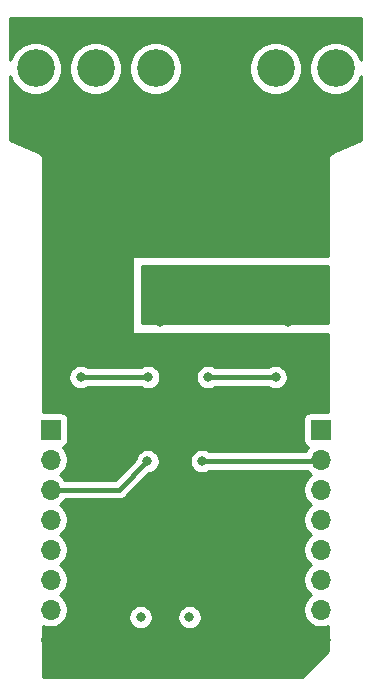
<source format=gbr>
G04 #@! TF.GenerationSoftware,KiCad,Pcbnew,(5.1.5)-3*
G04 #@! TF.CreationDate,2020-05-08T19:39:07+02:00*
G04 #@! TF.ProjectId,DRV8870 BDC Motor Driver,44525638-3837-4302-9042-4443204d6f74,rev?*
G04 #@! TF.SameCoordinates,Original*
G04 #@! TF.FileFunction,Copper,L2,Bot*
G04 #@! TF.FilePolarity,Positive*
%FSLAX46Y46*%
G04 Gerber Fmt 4.6, Leading zero omitted, Abs format (unit mm)*
G04 Created by KiCad (PCBNEW (5.1.5)-3) date 2020-05-08 19:39:07*
%MOMM*%
%LPD*%
G04 APERTURE LIST*
%ADD10R,2.500000X2.000000*%
%ADD11O,1.700000X1.700000*%
%ADD12R,1.700000X1.700000*%
%ADD13C,3.200000*%
%ADD14C,0.800000*%
%ADD15C,0.381000*%
%ADD16C,0.254000*%
G04 APERTURE END LIST*
D10*
X145415000Y-98425000D03*
X134620000Y-98425000D03*
D11*
X128270000Y-107950000D03*
X128270000Y-110490000D03*
X128270000Y-118110000D03*
X128270000Y-120650000D03*
D12*
X128270000Y-105410000D03*
D11*
X128270000Y-115570000D03*
X128270000Y-123190000D03*
X128270000Y-113030000D03*
X151130000Y-113030000D03*
X151130000Y-123190000D03*
X151130000Y-115570000D03*
D12*
X151130000Y-105410000D03*
D11*
X151130000Y-120650000D03*
X151130000Y-118110000D03*
X151130000Y-110490000D03*
X151130000Y-107950000D03*
D13*
X142240000Y-74803000D03*
X152400000Y-74803000D03*
X147320000Y-74803000D03*
X137160000Y-74803000D03*
X132080000Y-74803000D03*
X127000000Y-74803000D03*
D14*
X148336000Y-92202000D03*
X137541000Y-92202000D03*
X148590000Y-86360000D03*
X143002000Y-86360000D03*
X136398000Y-86360000D03*
X131064000Y-86360000D03*
X145796000Y-121285000D03*
X145669000Y-114681000D03*
X141097000Y-114681000D03*
X136525000Y-114681000D03*
X131953000Y-114681000D03*
X141605000Y-100965000D03*
X130810000Y-100965000D03*
X147320000Y-100965000D03*
X136525000Y-100965000D03*
X135890000Y-121285000D03*
X140032500Y-121285000D03*
X136476500Y-108077000D03*
X141097000Y-108077000D03*
X148336000Y-93218000D03*
X148336000Y-94234000D03*
X148336000Y-95250000D03*
X148336000Y-96266000D03*
X137541000Y-93218000D03*
X137541000Y-94234000D03*
X137541000Y-95250000D03*
X137541000Y-96266000D03*
D15*
X136525000Y-100965000D02*
X130810000Y-100965000D01*
X147320000Y-100965000D02*
X141605000Y-100965000D01*
X134063500Y-110490000D02*
X136476500Y-108077000D01*
X128270000Y-110490000D02*
X134063500Y-110490000D01*
X151003000Y-108077000D02*
X151130000Y-107950000D01*
X141097000Y-108077000D02*
X151003000Y-108077000D01*
D16*
G36*
X151740000Y-96393000D02*
G01*
X136017000Y-96393000D01*
X136017000Y-91567000D01*
X151740000Y-91567000D01*
X151740000Y-96393000D01*
G37*
X151740000Y-96393000D02*
X136017000Y-96393000D01*
X136017000Y-91567000D01*
X151740000Y-91567000D01*
X151740000Y-96393000D01*
G36*
X154534000Y-74114596D02*
G01*
X154380631Y-73744331D01*
X154136038Y-73378271D01*
X153824729Y-73066962D01*
X153458669Y-72822369D01*
X153051925Y-72653890D01*
X152620128Y-72568000D01*
X152179872Y-72568000D01*
X151748075Y-72653890D01*
X151341331Y-72822369D01*
X150975271Y-73066962D01*
X150663962Y-73378271D01*
X150419369Y-73744331D01*
X150250890Y-74151075D01*
X150165000Y-74582872D01*
X150165000Y-75023128D01*
X150250890Y-75454925D01*
X150419369Y-75861669D01*
X150663962Y-76227729D01*
X150975271Y-76539038D01*
X151341331Y-76783631D01*
X151748075Y-76952110D01*
X152179872Y-77038000D01*
X152620128Y-77038000D01*
X153051925Y-76952110D01*
X153458669Y-76783631D01*
X153824729Y-76539038D01*
X154136038Y-76227729D01*
X154380631Y-75861669D01*
X154534000Y-75491404D01*
X154534001Y-80855017D01*
X152166635Y-81931093D01*
X152146207Y-81937290D01*
X152107582Y-81957935D01*
X152097377Y-81962574D01*
X152079018Y-81973203D01*
X152031550Y-81998575D01*
X152022822Y-82005738D01*
X152013056Y-82011392D01*
X151972657Y-82046907D01*
X151931052Y-82081052D01*
X151923889Y-82089781D01*
X151915415Y-82097230D01*
X151882719Y-82139946D01*
X151848575Y-82181551D01*
X151843254Y-82191506D01*
X151836395Y-82200467D01*
X151812658Y-82248747D01*
X151787290Y-82296208D01*
X151784013Y-82307011D01*
X151779034Y-82317138D01*
X151765174Y-82369112D01*
X151749550Y-82420618D01*
X151748443Y-82431854D01*
X151745536Y-82442757D01*
X151742083Y-82496430D01*
X151740000Y-82517582D01*
X151740000Y-82528814D01*
X151737190Y-82572496D01*
X151740000Y-82593644D01*
X151740000Y-90678000D01*
X135255000Y-90678000D01*
X135230224Y-90680440D01*
X135206399Y-90687667D01*
X135184443Y-90699403D01*
X135165197Y-90715197D01*
X135149403Y-90734443D01*
X135137667Y-90756399D01*
X135130440Y-90780224D01*
X135128000Y-90805000D01*
X135128000Y-97155000D01*
X135130440Y-97179776D01*
X135137667Y-97203601D01*
X135149403Y-97225557D01*
X135165197Y-97244803D01*
X135184443Y-97260597D01*
X135206399Y-97272333D01*
X135230224Y-97279560D01*
X135255000Y-97282000D01*
X137343541Y-97282000D01*
X137439061Y-97301000D01*
X137642939Y-97301000D01*
X137738459Y-97282000D01*
X148138541Y-97282000D01*
X148234061Y-97301000D01*
X148437939Y-97301000D01*
X148533459Y-97282000D01*
X151740001Y-97282000D01*
X151740001Y-103921928D01*
X150280000Y-103921928D01*
X150155518Y-103934188D01*
X150035820Y-103970498D01*
X149925506Y-104029463D01*
X149828815Y-104108815D01*
X149749463Y-104205506D01*
X149690498Y-104315820D01*
X149654188Y-104435518D01*
X149641928Y-104560000D01*
X149641928Y-106260000D01*
X149654188Y-106384482D01*
X149690498Y-106504180D01*
X149749463Y-106614494D01*
X149828815Y-106711185D01*
X149925506Y-106790537D01*
X150035820Y-106849502D01*
X150108380Y-106871513D01*
X149976525Y-107003368D01*
X149814010Y-107246589D01*
X149811976Y-107251500D01*
X141724503Y-107251500D01*
X141587256Y-107159795D01*
X141398898Y-107081774D01*
X141198939Y-107042000D01*
X140995061Y-107042000D01*
X140795102Y-107081774D01*
X140606744Y-107159795D01*
X140437226Y-107273063D01*
X140293063Y-107417226D01*
X140179795Y-107586744D01*
X140101774Y-107775102D01*
X140062000Y-107975061D01*
X140062000Y-108178939D01*
X140101774Y-108378898D01*
X140179795Y-108567256D01*
X140293063Y-108736774D01*
X140437226Y-108880937D01*
X140606744Y-108994205D01*
X140795102Y-109072226D01*
X140995061Y-109112000D01*
X141198939Y-109112000D01*
X141398898Y-109072226D01*
X141587256Y-108994205D01*
X141724503Y-108902500D01*
X149982393Y-108902500D01*
X150183368Y-109103475D01*
X150357760Y-109220000D01*
X150183368Y-109336525D01*
X149976525Y-109543368D01*
X149814010Y-109786589D01*
X149702068Y-110056842D01*
X149645000Y-110343740D01*
X149645000Y-110636260D01*
X149702068Y-110923158D01*
X149814010Y-111193411D01*
X149976525Y-111436632D01*
X150183368Y-111643475D01*
X150357760Y-111760000D01*
X150183368Y-111876525D01*
X149976525Y-112083368D01*
X149814010Y-112326589D01*
X149702068Y-112596842D01*
X149645000Y-112883740D01*
X149645000Y-113176260D01*
X149702068Y-113463158D01*
X149814010Y-113733411D01*
X149976525Y-113976632D01*
X150183368Y-114183475D01*
X150357760Y-114300000D01*
X150183368Y-114416525D01*
X149976525Y-114623368D01*
X149814010Y-114866589D01*
X149702068Y-115136842D01*
X149645000Y-115423740D01*
X149645000Y-115716260D01*
X149702068Y-116003158D01*
X149814010Y-116273411D01*
X149976525Y-116516632D01*
X150183368Y-116723475D01*
X150357760Y-116840000D01*
X150183368Y-116956525D01*
X149976525Y-117163368D01*
X149814010Y-117406589D01*
X149702068Y-117676842D01*
X149645000Y-117963740D01*
X149645000Y-118256260D01*
X149702068Y-118543158D01*
X149814010Y-118813411D01*
X149976525Y-119056632D01*
X150183368Y-119263475D01*
X150357760Y-119380000D01*
X150183368Y-119496525D01*
X149976525Y-119703368D01*
X149814010Y-119946589D01*
X149702068Y-120216842D01*
X149645000Y-120503740D01*
X149645000Y-120796260D01*
X149702068Y-121083158D01*
X149814010Y-121353411D01*
X149976525Y-121596632D01*
X150183368Y-121803475D01*
X150426589Y-121965990D01*
X150696842Y-122077932D01*
X150983740Y-122135000D01*
X151276260Y-122135000D01*
X151563158Y-122077932D01*
X151740001Y-122004682D01*
X151740001Y-124186618D01*
X149586620Y-126340000D01*
X127660000Y-126340000D01*
X127660000Y-122004682D01*
X127836842Y-122077932D01*
X128123740Y-122135000D01*
X128416260Y-122135000D01*
X128703158Y-122077932D01*
X128973411Y-121965990D01*
X129216632Y-121803475D01*
X129423475Y-121596632D01*
X129585990Y-121353411D01*
X129656550Y-121183061D01*
X134855000Y-121183061D01*
X134855000Y-121386939D01*
X134894774Y-121586898D01*
X134972795Y-121775256D01*
X135086063Y-121944774D01*
X135230226Y-122088937D01*
X135399744Y-122202205D01*
X135588102Y-122280226D01*
X135788061Y-122320000D01*
X135991939Y-122320000D01*
X136191898Y-122280226D01*
X136380256Y-122202205D01*
X136549774Y-122088937D01*
X136693937Y-121944774D01*
X136807205Y-121775256D01*
X136885226Y-121586898D01*
X136925000Y-121386939D01*
X136925000Y-121183061D01*
X138997500Y-121183061D01*
X138997500Y-121386939D01*
X139037274Y-121586898D01*
X139115295Y-121775256D01*
X139228563Y-121944774D01*
X139372726Y-122088937D01*
X139542244Y-122202205D01*
X139730602Y-122280226D01*
X139930561Y-122320000D01*
X140134439Y-122320000D01*
X140334398Y-122280226D01*
X140522756Y-122202205D01*
X140692274Y-122088937D01*
X140836437Y-121944774D01*
X140949705Y-121775256D01*
X141027726Y-121586898D01*
X141067500Y-121386939D01*
X141067500Y-121183061D01*
X141027726Y-120983102D01*
X140949705Y-120794744D01*
X140836437Y-120625226D01*
X140692274Y-120481063D01*
X140522756Y-120367795D01*
X140334398Y-120289774D01*
X140134439Y-120250000D01*
X139930561Y-120250000D01*
X139730602Y-120289774D01*
X139542244Y-120367795D01*
X139372726Y-120481063D01*
X139228563Y-120625226D01*
X139115295Y-120794744D01*
X139037274Y-120983102D01*
X138997500Y-121183061D01*
X136925000Y-121183061D01*
X136885226Y-120983102D01*
X136807205Y-120794744D01*
X136693937Y-120625226D01*
X136549774Y-120481063D01*
X136380256Y-120367795D01*
X136191898Y-120289774D01*
X135991939Y-120250000D01*
X135788061Y-120250000D01*
X135588102Y-120289774D01*
X135399744Y-120367795D01*
X135230226Y-120481063D01*
X135086063Y-120625226D01*
X134972795Y-120794744D01*
X134894774Y-120983102D01*
X134855000Y-121183061D01*
X129656550Y-121183061D01*
X129697932Y-121083158D01*
X129755000Y-120796260D01*
X129755000Y-120503740D01*
X129697932Y-120216842D01*
X129585990Y-119946589D01*
X129423475Y-119703368D01*
X129216632Y-119496525D01*
X129042240Y-119380000D01*
X129216632Y-119263475D01*
X129423475Y-119056632D01*
X129585990Y-118813411D01*
X129697932Y-118543158D01*
X129755000Y-118256260D01*
X129755000Y-117963740D01*
X129697932Y-117676842D01*
X129585990Y-117406589D01*
X129423475Y-117163368D01*
X129216632Y-116956525D01*
X129042240Y-116840000D01*
X129216632Y-116723475D01*
X129423475Y-116516632D01*
X129585990Y-116273411D01*
X129697932Y-116003158D01*
X129755000Y-115716260D01*
X129755000Y-115423740D01*
X129697932Y-115136842D01*
X129585990Y-114866589D01*
X129423475Y-114623368D01*
X129216632Y-114416525D01*
X129042240Y-114300000D01*
X129216632Y-114183475D01*
X129423475Y-113976632D01*
X129585990Y-113733411D01*
X129697932Y-113463158D01*
X129755000Y-113176260D01*
X129755000Y-112883740D01*
X129697932Y-112596842D01*
X129585990Y-112326589D01*
X129423475Y-112083368D01*
X129216632Y-111876525D01*
X129042240Y-111760000D01*
X129216632Y-111643475D01*
X129423475Y-111436632D01*
X129504413Y-111315500D01*
X134022950Y-111315500D01*
X134063500Y-111319494D01*
X134104050Y-111315500D01*
X134104053Y-111315500D01*
X134225326Y-111303556D01*
X134380934Y-111256353D01*
X134524342Y-111179699D01*
X134650041Y-111076541D01*
X134675898Y-111045034D01*
X136616504Y-109104428D01*
X136778398Y-109072226D01*
X136966756Y-108994205D01*
X137136274Y-108880937D01*
X137280437Y-108736774D01*
X137393705Y-108567256D01*
X137471726Y-108378898D01*
X137511500Y-108178939D01*
X137511500Y-107975061D01*
X137471726Y-107775102D01*
X137393705Y-107586744D01*
X137280437Y-107417226D01*
X137136274Y-107273063D01*
X136966756Y-107159795D01*
X136778398Y-107081774D01*
X136578439Y-107042000D01*
X136374561Y-107042000D01*
X136174602Y-107081774D01*
X135986244Y-107159795D01*
X135816726Y-107273063D01*
X135672563Y-107417226D01*
X135559295Y-107586744D01*
X135481274Y-107775102D01*
X135449072Y-107936996D01*
X133721568Y-109664500D01*
X129504413Y-109664500D01*
X129423475Y-109543368D01*
X129216632Y-109336525D01*
X129042240Y-109220000D01*
X129216632Y-109103475D01*
X129423475Y-108896632D01*
X129585990Y-108653411D01*
X129697932Y-108383158D01*
X129755000Y-108096260D01*
X129755000Y-107803740D01*
X129697932Y-107516842D01*
X129585990Y-107246589D01*
X129423475Y-107003368D01*
X129291620Y-106871513D01*
X129364180Y-106849502D01*
X129474494Y-106790537D01*
X129571185Y-106711185D01*
X129650537Y-106614494D01*
X129709502Y-106504180D01*
X129745812Y-106384482D01*
X129758072Y-106260000D01*
X129758072Y-104560000D01*
X129745812Y-104435518D01*
X129709502Y-104315820D01*
X129650537Y-104205506D01*
X129571185Y-104108815D01*
X129474494Y-104029463D01*
X129364180Y-103970498D01*
X129244482Y-103934188D01*
X129120000Y-103921928D01*
X127660000Y-103921928D01*
X127660000Y-100863061D01*
X129775000Y-100863061D01*
X129775000Y-101066939D01*
X129814774Y-101266898D01*
X129892795Y-101455256D01*
X130006063Y-101624774D01*
X130150226Y-101768937D01*
X130319744Y-101882205D01*
X130508102Y-101960226D01*
X130708061Y-102000000D01*
X130911939Y-102000000D01*
X131111898Y-101960226D01*
X131300256Y-101882205D01*
X131437503Y-101790500D01*
X135897497Y-101790500D01*
X136034744Y-101882205D01*
X136223102Y-101960226D01*
X136423061Y-102000000D01*
X136626939Y-102000000D01*
X136826898Y-101960226D01*
X137015256Y-101882205D01*
X137184774Y-101768937D01*
X137328937Y-101624774D01*
X137442205Y-101455256D01*
X137520226Y-101266898D01*
X137560000Y-101066939D01*
X137560000Y-100863061D01*
X140570000Y-100863061D01*
X140570000Y-101066939D01*
X140609774Y-101266898D01*
X140687795Y-101455256D01*
X140801063Y-101624774D01*
X140945226Y-101768937D01*
X141114744Y-101882205D01*
X141303102Y-101960226D01*
X141503061Y-102000000D01*
X141706939Y-102000000D01*
X141906898Y-101960226D01*
X142095256Y-101882205D01*
X142232503Y-101790500D01*
X146692497Y-101790500D01*
X146829744Y-101882205D01*
X147018102Y-101960226D01*
X147218061Y-102000000D01*
X147421939Y-102000000D01*
X147621898Y-101960226D01*
X147810256Y-101882205D01*
X147979774Y-101768937D01*
X148123937Y-101624774D01*
X148237205Y-101455256D01*
X148315226Y-101266898D01*
X148355000Y-101066939D01*
X148355000Y-100863061D01*
X148315226Y-100663102D01*
X148237205Y-100474744D01*
X148123937Y-100305226D01*
X147979774Y-100161063D01*
X147810256Y-100047795D01*
X147621898Y-99969774D01*
X147421939Y-99930000D01*
X147218061Y-99930000D01*
X147018102Y-99969774D01*
X146829744Y-100047795D01*
X146692497Y-100139500D01*
X142232503Y-100139500D01*
X142095256Y-100047795D01*
X141906898Y-99969774D01*
X141706939Y-99930000D01*
X141503061Y-99930000D01*
X141303102Y-99969774D01*
X141114744Y-100047795D01*
X140945226Y-100161063D01*
X140801063Y-100305226D01*
X140687795Y-100474744D01*
X140609774Y-100663102D01*
X140570000Y-100863061D01*
X137560000Y-100863061D01*
X137520226Y-100663102D01*
X137442205Y-100474744D01*
X137328937Y-100305226D01*
X137184774Y-100161063D01*
X137015256Y-100047795D01*
X136826898Y-99969774D01*
X136626939Y-99930000D01*
X136423061Y-99930000D01*
X136223102Y-99969774D01*
X136034744Y-100047795D01*
X135897497Y-100139500D01*
X131437503Y-100139500D01*
X131300256Y-100047795D01*
X131111898Y-99969774D01*
X130911939Y-99930000D01*
X130708061Y-99930000D01*
X130508102Y-99969774D01*
X130319744Y-100047795D01*
X130150226Y-100161063D01*
X130006063Y-100305226D01*
X129892795Y-100474744D01*
X129814774Y-100663102D01*
X129775000Y-100863061D01*
X127660000Y-100863061D01*
X127660000Y-82593652D01*
X127662811Y-82572496D01*
X127660000Y-82528804D01*
X127660000Y-82517581D01*
X127657918Y-82496440D01*
X127654464Y-82442756D01*
X127651557Y-82431853D01*
X127650450Y-82420617D01*
X127634826Y-82369111D01*
X127620966Y-82317137D01*
X127615987Y-82307010D01*
X127612710Y-82296207D01*
X127587349Y-82248759D01*
X127563606Y-82200466D01*
X127556744Y-82191501D01*
X127551425Y-82181550D01*
X127517300Y-82139969D01*
X127484586Y-82097229D01*
X127476106Y-82089775D01*
X127468948Y-82081052D01*
X127427366Y-82046926D01*
X127386944Y-82011391D01*
X127377174Y-82005735D01*
X127368450Y-81998575D01*
X127321004Y-81973215D01*
X127302623Y-81962573D01*
X127292406Y-81957929D01*
X127253793Y-81937290D01*
X127233372Y-81931095D01*
X124866000Y-80855018D01*
X124866000Y-75491404D01*
X125019369Y-75861669D01*
X125263962Y-76227729D01*
X125575271Y-76539038D01*
X125941331Y-76783631D01*
X126348075Y-76952110D01*
X126779872Y-77038000D01*
X127220128Y-77038000D01*
X127651925Y-76952110D01*
X128058669Y-76783631D01*
X128424729Y-76539038D01*
X128736038Y-76227729D01*
X128980631Y-75861669D01*
X129149110Y-75454925D01*
X129235000Y-75023128D01*
X129235000Y-74582872D01*
X129845000Y-74582872D01*
X129845000Y-75023128D01*
X129930890Y-75454925D01*
X130099369Y-75861669D01*
X130343962Y-76227729D01*
X130655271Y-76539038D01*
X131021331Y-76783631D01*
X131428075Y-76952110D01*
X131859872Y-77038000D01*
X132300128Y-77038000D01*
X132731925Y-76952110D01*
X133138669Y-76783631D01*
X133504729Y-76539038D01*
X133816038Y-76227729D01*
X134060631Y-75861669D01*
X134229110Y-75454925D01*
X134315000Y-75023128D01*
X134315000Y-74582872D01*
X134925000Y-74582872D01*
X134925000Y-75023128D01*
X135010890Y-75454925D01*
X135179369Y-75861669D01*
X135423962Y-76227729D01*
X135735271Y-76539038D01*
X136101331Y-76783631D01*
X136508075Y-76952110D01*
X136939872Y-77038000D01*
X137380128Y-77038000D01*
X137811925Y-76952110D01*
X138218669Y-76783631D01*
X138584729Y-76539038D01*
X138896038Y-76227729D01*
X139140631Y-75861669D01*
X139309110Y-75454925D01*
X139395000Y-75023128D01*
X139395000Y-74582872D01*
X145085000Y-74582872D01*
X145085000Y-75023128D01*
X145170890Y-75454925D01*
X145339369Y-75861669D01*
X145583962Y-76227729D01*
X145895271Y-76539038D01*
X146261331Y-76783631D01*
X146668075Y-76952110D01*
X147099872Y-77038000D01*
X147540128Y-77038000D01*
X147971925Y-76952110D01*
X148378669Y-76783631D01*
X148744729Y-76539038D01*
X149056038Y-76227729D01*
X149300631Y-75861669D01*
X149469110Y-75454925D01*
X149555000Y-75023128D01*
X149555000Y-74582872D01*
X149469110Y-74151075D01*
X149300631Y-73744331D01*
X149056038Y-73378271D01*
X148744729Y-73066962D01*
X148378669Y-72822369D01*
X147971925Y-72653890D01*
X147540128Y-72568000D01*
X147099872Y-72568000D01*
X146668075Y-72653890D01*
X146261331Y-72822369D01*
X145895271Y-73066962D01*
X145583962Y-73378271D01*
X145339369Y-73744331D01*
X145170890Y-74151075D01*
X145085000Y-74582872D01*
X139395000Y-74582872D01*
X139309110Y-74151075D01*
X139140631Y-73744331D01*
X138896038Y-73378271D01*
X138584729Y-73066962D01*
X138218669Y-72822369D01*
X137811925Y-72653890D01*
X137380128Y-72568000D01*
X136939872Y-72568000D01*
X136508075Y-72653890D01*
X136101331Y-72822369D01*
X135735271Y-73066962D01*
X135423962Y-73378271D01*
X135179369Y-73744331D01*
X135010890Y-74151075D01*
X134925000Y-74582872D01*
X134315000Y-74582872D01*
X134229110Y-74151075D01*
X134060631Y-73744331D01*
X133816038Y-73378271D01*
X133504729Y-73066962D01*
X133138669Y-72822369D01*
X132731925Y-72653890D01*
X132300128Y-72568000D01*
X131859872Y-72568000D01*
X131428075Y-72653890D01*
X131021331Y-72822369D01*
X130655271Y-73066962D01*
X130343962Y-73378271D01*
X130099369Y-73744331D01*
X129930890Y-74151075D01*
X129845000Y-74582872D01*
X129235000Y-74582872D01*
X129149110Y-74151075D01*
X128980631Y-73744331D01*
X128736038Y-73378271D01*
X128424729Y-73066962D01*
X128058669Y-72822369D01*
X127651925Y-72653890D01*
X127220128Y-72568000D01*
X126779872Y-72568000D01*
X126348075Y-72653890D01*
X125941331Y-72822369D01*
X125575271Y-73066962D01*
X125263962Y-73378271D01*
X125019369Y-73744331D01*
X124866000Y-74114596D01*
X124866000Y-70510000D01*
X154534000Y-70510000D01*
X154534000Y-74114596D01*
G37*
X154534000Y-74114596D02*
X154380631Y-73744331D01*
X154136038Y-73378271D01*
X153824729Y-73066962D01*
X153458669Y-72822369D01*
X153051925Y-72653890D01*
X152620128Y-72568000D01*
X152179872Y-72568000D01*
X151748075Y-72653890D01*
X151341331Y-72822369D01*
X150975271Y-73066962D01*
X150663962Y-73378271D01*
X150419369Y-73744331D01*
X150250890Y-74151075D01*
X150165000Y-74582872D01*
X150165000Y-75023128D01*
X150250890Y-75454925D01*
X150419369Y-75861669D01*
X150663962Y-76227729D01*
X150975271Y-76539038D01*
X151341331Y-76783631D01*
X151748075Y-76952110D01*
X152179872Y-77038000D01*
X152620128Y-77038000D01*
X153051925Y-76952110D01*
X153458669Y-76783631D01*
X153824729Y-76539038D01*
X154136038Y-76227729D01*
X154380631Y-75861669D01*
X154534000Y-75491404D01*
X154534001Y-80855017D01*
X152166635Y-81931093D01*
X152146207Y-81937290D01*
X152107582Y-81957935D01*
X152097377Y-81962574D01*
X152079018Y-81973203D01*
X152031550Y-81998575D01*
X152022822Y-82005738D01*
X152013056Y-82011392D01*
X151972657Y-82046907D01*
X151931052Y-82081052D01*
X151923889Y-82089781D01*
X151915415Y-82097230D01*
X151882719Y-82139946D01*
X151848575Y-82181551D01*
X151843254Y-82191506D01*
X151836395Y-82200467D01*
X151812658Y-82248747D01*
X151787290Y-82296208D01*
X151784013Y-82307011D01*
X151779034Y-82317138D01*
X151765174Y-82369112D01*
X151749550Y-82420618D01*
X151748443Y-82431854D01*
X151745536Y-82442757D01*
X151742083Y-82496430D01*
X151740000Y-82517582D01*
X151740000Y-82528814D01*
X151737190Y-82572496D01*
X151740000Y-82593644D01*
X151740000Y-90678000D01*
X135255000Y-90678000D01*
X135230224Y-90680440D01*
X135206399Y-90687667D01*
X135184443Y-90699403D01*
X135165197Y-90715197D01*
X135149403Y-90734443D01*
X135137667Y-90756399D01*
X135130440Y-90780224D01*
X135128000Y-90805000D01*
X135128000Y-97155000D01*
X135130440Y-97179776D01*
X135137667Y-97203601D01*
X135149403Y-97225557D01*
X135165197Y-97244803D01*
X135184443Y-97260597D01*
X135206399Y-97272333D01*
X135230224Y-97279560D01*
X135255000Y-97282000D01*
X137343541Y-97282000D01*
X137439061Y-97301000D01*
X137642939Y-97301000D01*
X137738459Y-97282000D01*
X148138541Y-97282000D01*
X148234061Y-97301000D01*
X148437939Y-97301000D01*
X148533459Y-97282000D01*
X151740001Y-97282000D01*
X151740001Y-103921928D01*
X150280000Y-103921928D01*
X150155518Y-103934188D01*
X150035820Y-103970498D01*
X149925506Y-104029463D01*
X149828815Y-104108815D01*
X149749463Y-104205506D01*
X149690498Y-104315820D01*
X149654188Y-104435518D01*
X149641928Y-104560000D01*
X149641928Y-106260000D01*
X149654188Y-106384482D01*
X149690498Y-106504180D01*
X149749463Y-106614494D01*
X149828815Y-106711185D01*
X149925506Y-106790537D01*
X150035820Y-106849502D01*
X150108380Y-106871513D01*
X149976525Y-107003368D01*
X149814010Y-107246589D01*
X149811976Y-107251500D01*
X141724503Y-107251500D01*
X141587256Y-107159795D01*
X141398898Y-107081774D01*
X141198939Y-107042000D01*
X140995061Y-107042000D01*
X140795102Y-107081774D01*
X140606744Y-107159795D01*
X140437226Y-107273063D01*
X140293063Y-107417226D01*
X140179795Y-107586744D01*
X140101774Y-107775102D01*
X140062000Y-107975061D01*
X140062000Y-108178939D01*
X140101774Y-108378898D01*
X140179795Y-108567256D01*
X140293063Y-108736774D01*
X140437226Y-108880937D01*
X140606744Y-108994205D01*
X140795102Y-109072226D01*
X140995061Y-109112000D01*
X141198939Y-109112000D01*
X141398898Y-109072226D01*
X141587256Y-108994205D01*
X141724503Y-108902500D01*
X149982393Y-108902500D01*
X150183368Y-109103475D01*
X150357760Y-109220000D01*
X150183368Y-109336525D01*
X149976525Y-109543368D01*
X149814010Y-109786589D01*
X149702068Y-110056842D01*
X149645000Y-110343740D01*
X149645000Y-110636260D01*
X149702068Y-110923158D01*
X149814010Y-111193411D01*
X149976525Y-111436632D01*
X150183368Y-111643475D01*
X150357760Y-111760000D01*
X150183368Y-111876525D01*
X149976525Y-112083368D01*
X149814010Y-112326589D01*
X149702068Y-112596842D01*
X149645000Y-112883740D01*
X149645000Y-113176260D01*
X149702068Y-113463158D01*
X149814010Y-113733411D01*
X149976525Y-113976632D01*
X150183368Y-114183475D01*
X150357760Y-114300000D01*
X150183368Y-114416525D01*
X149976525Y-114623368D01*
X149814010Y-114866589D01*
X149702068Y-115136842D01*
X149645000Y-115423740D01*
X149645000Y-115716260D01*
X149702068Y-116003158D01*
X149814010Y-116273411D01*
X149976525Y-116516632D01*
X150183368Y-116723475D01*
X150357760Y-116840000D01*
X150183368Y-116956525D01*
X149976525Y-117163368D01*
X149814010Y-117406589D01*
X149702068Y-117676842D01*
X149645000Y-117963740D01*
X149645000Y-118256260D01*
X149702068Y-118543158D01*
X149814010Y-118813411D01*
X149976525Y-119056632D01*
X150183368Y-119263475D01*
X150357760Y-119380000D01*
X150183368Y-119496525D01*
X149976525Y-119703368D01*
X149814010Y-119946589D01*
X149702068Y-120216842D01*
X149645000Y-120503740D01*
X149645000Y-120796260D01*
X149702068Y-121083158D01*
X149814010Y-121353411D01*
X149976525Y-121596632D01*
X150183368Y-121803475D01*
X150426589Y-121965990D01*
X150696842Y-122077932D01*
X150983740Y-122135000D01*
X151276260Y-122135000D01*
X151563158Y-122077932D01*
X151740001Y-122004682D01*
X151740001Y-124186618D01*
X149586620Y-126340000D01*
X127660000Y-126340000D01*
X127660000Y-122004682D01*
X127836842Y-122077932D01*
X128123740Y-122135000D01*
X128416260Y-122135000D01*
X128703158Y-122077932D01*
X128973411Y-121965990D01*
X129216632Y-121803475D01*
X129423475Y-121596632D01*
X129585990Y-121353411D01*
X129656550Y-121183061D01*
X134855000Y-121183061D01*
X134855000Y-121386939D01*
X134894774Y-121586898D01*
X134972795Y-121775256D01*
X135086063Y-121944774D01*
X135230226Y-122088937D01*
X135399744Y-122202205D01*
X135588102Y-122280226D01*
X135788061Y-122320000D01*
X135991939Y-122320000D01*
X136191898Y-122280226D01*
X136380256Y-122202205D01*
X136549774Y-122088937D01*
X136693937Y-121944774D01*
X136807205Y-121775256D01*
X136885226Y-121586898D01*
X136925000Y-121386939D01*
X136925000Y-121183061D01*
X138997500Y-121183061D01*
X138997500Y-121386939D01*
X139037274Y-121586898D01*
X139115295Y-121775256D01*
X139228563Y-121944774D01*
X139372726Y-122088937D01*
X139542244Y-122202205D01*
X139730602Y-122280226D01*
X139930561Y-122320000D01*
X140134439Y-122320000D01*
X140334398Y-122280226D01*
X140522756Y-122202205D01*
X140692274Y-122088937D01*
X140836437Y-121944774D01*
X140949705Y-121775256D01*
X141027726Y-121586898D01*
X141067500Y-121386939D01*
X141067500Y-121183061D01*
X141027726Y-120983102D01*
X140949705Y-120794744D01*
X140836437Y-120625226D01*
X140692274Y-120481063D01*
X140522756Y-120367795D01*
X140334398Y-120289774D01*
X140134439Y-120250000D01*
X139930561Y-120250000D01*
X139730602Y-120289774D01*
X139542244Y-120367795D01*
X139372726Y-120481063D01*
X139228563Y-120625226D01*
X139115295Y-120794744D01*
X139037274Y-120983102D01*
X138997500Y-121183061D01*
X136925000Y-121183061D01*
X136885226Y-120983102D01*
X136807205Y-120794744D01*
X136693937Y-120625226D01*
X136549774Y-120481063D01*
X136380256Y-120367795D01*
X136191898Y-120289774D01*
X135991939Y-120250000D01*
X135788061Y-120250000D01*
X135588102Y-120289774D01*
X135399744Y-120367795D01*
X135230226Y-120481063D01*
X135086063Y-120625226D01*
X134972795Y-120794744D01*
X134894774Y-120983102D01*
X134855000Y-121183061D01*
X129656550Y-121183061D01*
X129697932Y-121083158D01*
X129755000Y-120796260D01*
X129755000Y-120503740D01*
X129697932Y-120216842D01*
X129585990Y-119946589D01*
X129423475Y-119703368D01*
X129216632Y-119496525D01*
X129042240Y-119380000D01*
X129216632Y-119263475D01*
X129423475Y-119056632D01*
X129585990Y-118813411D01*
X129697932Y-118543158D01*
X129755000Y-118256260D01*
X129755000Y-117963740D01*
X129697932Y-117676842D01*
X129585990Y-117406589D01*
X129423475Y-117163368D01*
X129216632Y-116956525D01*
X129042240Y-116840000D01*
X129216632Y-116723475D01*
X129423475Y-116516632D01*
X129585990Y-116273411D01*
X129697932Y-116003158D01*
X129755000Y-115716260D01*
X129755000Y-115423740D01*
X129697932Y-115136842D01*
X129585990Y-114866589D01*
X129423475Y-114623368D01*
X129216632Y-114416525D01*
X129042240Y-114300000D01*
X129216632Y-114183475D01*
X129423475Y-113976632D01*
X129585990Y-113733411D01*
X129697932Y-113463158D01*
X129755000Y-113176260D01*
X129755000Y-112883740D01*
X129697932Y-112596842D01*
X129585990Y-112326589D01*
X129423475Y-112083368D01*
X129216632Y-111876525D01*
X129042240Y-111760000D01*
X129216632Y-111643475D01*
X129423475Y-111436632D01*
X129504413Y-111315500D01*
X134022950Y-111315500D01*
X134063500Y-111319494D01*
X134104050Y-111315500D01*
X134104053Y-111315500D01*
X134225326Y-111303556D01*
X134380934Y-111256353D01*
X134524342Y-111179699D01*
X134650041Y-111076541D01*
X134675898Y-111045034D01*
X136616504Y-109104428D01*
X136778398Y-109072226D01*
X136966756Y-108994205D01*
X137136274Y-108880937D01*
X137280437Y-108736774D01*
X137393705Y-108567256D01*
X137471726Y-108378898D01*
X137511500Y-108178939D01*
X137511500Y-107975061D01*
X137471726Y-107775102D01*
X137393705Y-107586744D01*
X137280437Y-107417226D01*
X137136274Y-107273063D01*
X136966756Y-107159795D01*
X136778398Y-107081774D01*
X136578439Y-107042000D01*
X136374561Y-107042000D01*
X136174602Y-107081774D01*
X135986244Y-107159795D01*
X135816726Y-107273063D01*
X135672563Y-107417226D01*
X135559295Y-107586744D01*
X135481274Y-107775102D01*
X135449072Y-107936996D01*
X133721568Y-109664500D01*
X129504413Y-109664500D01*
X129423475Y-109543368D01*
X129216632Y-109336525D01*
X129042240Y-109220000D01*
X129216632Y-109103475D01*
X129423475Y-108896632D01*
X129585990Y-108653411D01*
X129697932Y-108383158D01*
X129755000Y-108096260D01*
X129755000Y-107803740D01*
X129697932Y-107516842D01*
X129585990Y-107246589D01*
X129423475Y-107003368D01*
X129291620Y-106871513D01*
X129364180Y-106849502D01*
X129474494Y-106790537D01*
X129571185Y-106711185D01*
X129650537Y-106614494D01*
X129709502Y-106504180D01*
X129745812Y-106384482D01*
X129758072Y-106260000D01*
X129758072Y-104560000D01*
X129745812Y-104435518D01*
X129709502Y-104315820D01*
X129650537Y-104205506D01*
X129571185Y-104108815D01*
X129474494Y-104029463D01*
X129364180Y-103970498D01*
X129244482Y-103934188D01*
X129120000Y-103921928D01*
X127660000Y-103921928D01*
X127660000Y-100863061D01*
X129775000Y-100863061D01*
X129775000Y-101066939D01*
X129814774Y-101266898D01*
X129892795Y-101455256D01*
X130006063Y-101624774D01*
X130150226Y-101768937D01*
X130319744Y-101882205D01*
X130508102Y-101960226D01*
X130708061Y-102000000D01*
X130911939Y-102000000D01*
X131111898Y-101960226D01*
X131300256Y-101882205D01*
X131437503Y-101790500D01*
X135897497Y-101790500D01*
X136034744Y-101882205D01*
X136223102Y-101960226D01*
X136423061Y-102000000D01*
X136626939Y-102000000D01*
X136826898Y-101960226D01*
X137015256Y-101882205D01*
X137184774Y-101768937D01*
X137328937Y-101624774D01*
X137442205Y-101455256D01*
X137520226Y-101266898D01*
X137560000Y-101066939D01*
X137560000Y-100863061D01*
X140570000Y-100863061D01*
X140570000Y-101066939D01*
X140609774Y-101266898D01*
X140687795Y-101455256D01*
X140801063Y-101624774D01*
X140945226Y-101768937D01*
X141114744Y-101882205D01*
X141303102Y-101960226D01*
X141503061Y-102000000D01*
X141706939Y-102000000D01*
X141906898Y-101960226D01*
X142095256Y-101882205D01*
X142232503Y-101790500D01*
X146692497Y-101790500D01*
X146829744Y-101882205D01*
X147018102Y-101960226D01*
X147218061Y-102000000D01*
X147421939Y-102000000D01*
X147621898Y-101960226D01*
X147810256Y-101882205D01*
X147979774Y-101768937D01*
X148123937Y-101624774D01*
X148237205Y-101455256D01*
X148315226Y-101266898D01*
X148355000Y-101066939D01*
X148355000Y-100863061D01*
X148315226Y-100663102D01*
X148237205Y-100474744D01*
X148123937Y-100305226D01*
X147979774Y-100161063D01*
X147810256Y-100047795D01*
X147621898Y-99969774D01*
X147421939Y-99930000D01*
X147218061Y-99930000D01*
X147018102Y-99969774D01*
X146829744Y-100047795D01*
X146692497Y-100139500D01*
X142232503Y-100139500D01*
X142095256Y-100047795D01*
X141906898Y-99969774D01*
X141706939Y-99930000D01*
X141503061Y-99930000D01*
X141303102Y-99969774D01*
X141114744Y-100047795D01*
X140945226Y-100161063D01*
X140801063Y-100305226D01*
X140687795Y-100474744D01*
X140609774Y-100663102D01*
X140570000Y-100863061D01*
X137560000Y-100863061D01*
X137520226Y-100663102D01*
X137442205Y-100474744D01*
X137328937Y-100305226D01*
X137184774Y-100161063D01*
X137015256Y-100047795D01*
X136826898Y-99969774D01*
X136626939Y-99930000D01*
X136423061Y-99930000D01*
X136223102Y-99969774D01*
X136034744Y-100047795D01*
X135897497Y-100139500D01*
X131437503Y-100139500D01*
X131300256Y-100047795D01*
X131111898Y-99969774D01*
X130911939Y-99930000D01*
X130708061Y-99930000D01*
X130508102Y-99969774D01*
X130319744Y-100047795D01*
X130150226Y-100161063D01*
X130006063Y-100305226D01*
X129892795Y-100474744D01*
X129814774Y-100663102D01*
X129775000Y-100863061D01*
X127660000Y-100863061D01*
X127660000Y-82593652D01*
X127662811Y-82572496D01*
X127660000Y-82528804D01*
X127660000Y-82517581D01*
X127657918Y-82496440D01*
X127654464Y-82442756D01*
X127651557Y-82431853D01*
X127650450Y-82420617D01*
X127634826Y-82369111D01*
X127620966Y-82317137D01*
X127615987Y-82307010D01*
X127612710Y-82296207D01*
X127587349Y-82248759D01*
X127563606Y-82200466D01*
X127556744Y-82191501D01*
X127551425Y-82181550D01*
X127517300Y-82139969D01*
X127484586Y-82097229D01*
X127476106Y-82089775D01*
X127468948Y-82081052D01*
X127427366Y-82046926D01*
X127386944Y-82011391D01*
X127377174Y-82005735D01*
X127368450Y-81998575D01*
X127321004Y-81973215D01*
X127302623Y-81962573D01*
X127292406Y-81957929D01*
X127253793Y-81937290D01*
X127233372Y-81931095D01*
X124866000Y-80855018D01*
X124866000Y-75491404D01*
X125019369Y-75861669D01*
X125263962Y-76227729D01*
X125575271Y-76539038D01*
X125941331Y-76783631D01*
X126348075Y-76952110D01*
X126779872Y-77038000D01*
X127220128Y-77038000D01*
X127651925Y-76952110D01*
X128058669Y-76783631D01*
X128424729Y-76539038D01*
X128736038Y-76227729D01*
X128980631Y-75861669D01*
X129149110Y-75454925D01*
X129235000Y-75023128D01*
X129235000Y-74582872D01*
X129845000Y-74582872D01*
X129845000Y-75023128D01*
X129930890Y-75454925D01*
X130099369Y-75861669D01*
X130343962Y-76227729D01*
X130655271Y-76539038D01*
X131021331Y-76783631D01*
X131428075Y-76952110D01*
X131859872Y-77038000D01*
X132300128Y-77038000D01*
X132731925Y-76952110D01*
X133138669Y-76783631D01*
X133504729Y-76539038D01*
X133816038Y-76227729D01*
X134060631Y-75861669D01*
X134229110Y-75454925D01*
X134315000Y-75023128D01*
X134315000Y-74582872D01*
X134925000Y-74582872D01*
X134925000Y-75023128D01*
X135010890Y-75454925D01*
X135179369Y-75861669D01*
X135423962Y-76227729D01*
X135735271Y-76539038D01*
X136101331Y-76783631D01*
X136508075Y-76952110D01*
X136939872Y-77038000D01*
X137380128Y-77038000D01*
X137811925Y-76952110D01*
X138218669Y-76783631D01*
X138584729Y-76539038D01*
X138896038Y-76227729D01*
X139140631Y-75861669D01*
X139309110Y-75454925D01*
X139395000Y-75023128D01*
X139395000Y-74582872D01*
X145085000Y-74582872D01*
X145085000Y-75023128D01*
X145170890Y-75454925D01*
X145339369Y-75861669D01*
X145583962Y-76227729D01*
X145895271Y-76539038D01*
X146261331Y-76783631D01*
X146668075Y-76952110D01*
X147099872Y-77038000D01*
X147540128Y-77038000D01*
X147971925Y-76952110D01*
X148378669Y-76783631D01*
X148744729Y-76539038D01*
X149056038Y-76227729D01*
X149300631Y-75861669D01*
X149469110Y-75454925D01*
X149555000Y-75023128D01*
X149555000Y-74582872D01*
X149469110Y-74151075D01*
X149300631Y-73744331D01*
X149056038Y-73378271D01*
X148744729Y-73066962D01*
X148378669Y-72822369D01*
X147971925Y-72653890D01*
X147540128Y-72568000D01*
X147099872Y-72568000D01*
X146668075Y-72653890D01*
X146261331Y-72822369D01*
X145895271Y-73066962D01*
X145583962Y-73378271D01*
X145339369Y-73744331D01*
X145170890Y-74151075D01*
X145085000Y-74582872D01*
X139395000Y-74582872D01*
X139309110Y-74151075D01*
X139140631Y-73744331D01*
X138896038Y-73378271D01*
X138584729Y-73066962D01*
X138218669Y-72822369D01*
X137811925Y-72653890D01*
X137380128Y-72568000D01*
X136939872Y-72568000D01*
X136508075Y-72653890D01*
X136101331Y-72822369D01*
X135735271Y-73066962D01*
X135423962Y-73378271D01*
X135179369Y-73744331D01*
X135010890Y-74151075D01*
X134925000Y-74582872D01*
X134315000Y-74582872D01*
X134229110Y-74151075D01*
X134060631Y-73744331D01*
X133816038Y-73378271D01*
X133504729Y-73066962D01*
X133138669Y-72822369D01*
X132731925Y-72653890D01*
X132300128Y-72568000D01*
X131859872Y-72568000D01*
X131428075Y-72653890D01*
X131021331Y-72822369D01*
X130655271Y-73066962D01*
X130343962Y-73378271D01*
X130099369Y-73744331D01*
X129930890Y-74151075D01*
X129845000Y-74582872D01*
X129235000Y-74582872D01*
X129149110Y-74151075D01*
X128980631Y-73744331D01*
X128736038Y-73378271D01*
X128424729Y-73066962D01*
X128058669Y-72822369D01*
X127651925Y-72653890D01*
X127220128Y-72568000D01*
X126779872Y-72568000D01*
X126348075Y-72653890D01*
X125941331Y-72822369D01*
X125575271Y-73066962D01*
X125263962Y-73378271D01*
X125019369Y-73744331D01*
X124866000Y-74114596D01*
X124866000Y-70510000D01*
X154534000Y-70510000D01*
X154534000Y-74114596D01*
M02*

</source>
